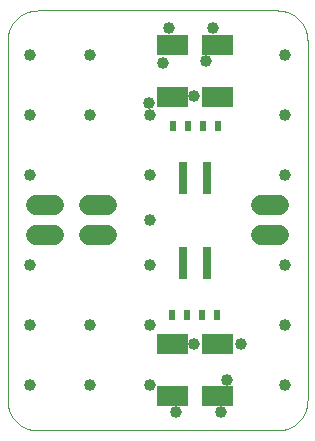
<source format=gts>
G04 EAGLE Gerber X2 export*
%TF.Part,Single*%
%TF.FileFunction,Other,Solder Mask top*%
%TF.FilePolarity,Positive*%
%TF.GenerationSoftware,Autodesk,EAGLE,9.0.0*%
%TF.CreationDate,2018-05-03T06:03:55Z*%
G75*
%MOMM*%
%FSLAX35Y35*%
%LPD*%
%AMOC8*
5,1,8,0,0,1.08239X$1,22.5*%
G01*
%ADD10C,0.000000*%
%ADD11R,0.653200X1.653200*%
%ADD12R,0.603200X0.903200*%
%ADD13R,0.783200X2.703200*%
%ADD14C,1.727200*%
%ADD15C,1.009600*%


D10*
X349250Y3651250D02*
X2381250Y3651250D01*
X2635250Y3397250D02*
X2635250Y349250D01*
X2381250Y95250D02*
X349250Y95250D01*
X95250Y349250D02*
X95250Y3397250D01*
X95324Y3403388D01*
X95547Y3409522D01*
X95917Y3415648D01*
X96436Y3421765D01*
X97102Y3427866D01*
X97915Y3433950D01*
X98876Y3440013D01*
X99982Y3446050D01*
X101234Y3452059D01*
X102631Y3458036D01*
X104172Y3463978D01*
X105856Y3469880D01*
X107682Y3475740D01*
X109649Y3481555D01*
X111756Y3487320D01*
X114002Y3493032D01*
X116385Y3498689D01*
X118904Y3504286D01*
X121558Y3509821D01*
X124344Y3515290D01*
X127262Y3520690D01*
X130310Y3526018D01*
X133485Y3531271D01*
X136787Y3536445D01*
X140212Y3541538D01*
X143760Y3546547D01*
X147427Y3551469D01*
X151213Y3556301D01*
X155114Y3561040D01*
X159128Y3565683D01*
X163254Y3570228D01*
X167488Y3574672D01*
X171828Y3579012D01*
X176272Y3583246D01*
X180817Y3587372D01*
X185460Y3591386D01*
X190199Y3595287D01*
X195031Y3599073D01*
X199953Y3602740D01*
X204962Y3606288D01*
X210055Y3609713D01*
X215229Y3613015D01*
X220482Y3616190D01*
X225810Y3619238D01*
X231210Y3622156D01*
X236679Y3624942D01*
X242214Y3627596D01*
X247811Y3630115D01*
X253468Y3632498D01*
X259180Y3634744D01*
X264945Y3636851D01*
X270760Y3638818D01*
X276620Y3640644D01*
X282522Y3642328D01*
X288464Y3643869D01*
X294441Y3645266D01*
X300450Y3646518D01*
X306487Y3647624D01*
X312550Y3648585D01*
X318634Y3649398D01*
X324735Y3650064D01*
X330852Y3650583D01*
X336978Y3650953D01*
X343112Y3651176D01*
X349250Y3651250D01*
X2381250Y3651250D02*
X2387388Y3651176D01*
X2393522Y3650953D01*
X2399648Y3650583D01*
X2405765Y3650064D01*
X2411866Y3649398D01*
X2417950Y3648585D01*
X2424013Y3647624D01*
X2430050Y3646518D01*
X2436059Y3645266D01*
X2442036Y3643869D01*
X2447978Y3642328D01*
X2453880Y3640644D01*
X2459740Y3638818D01*
X2465555Y3636851D01*
X2471320Y3634744D01*
X2477032Y3632498D01*
X2482689Y3630115D01*
X2488286Y3627596D01*
X2493821Y3624942D01*
X2499290Y3622156D01*
X2504690Y3619238D01*
X2510018Y3616190D01*
X2515271Y3613015D01*
X2520445Y3609713D01*
X2525538Y3606288D01*
X2530547Y3602740D01*
X2535469Y3599073D01*
X2540301Y3595287D01*
X2545040Y3591386D01*
X2549683Y3587372D01*
X2554228Y3583246D01*
X2558672Y3579012D01*
X2563012Y3574672D01*
X2567246Y3570228D01*
X2571372Y3565683D01*
X2575386Y3561040D01*
X2579287Y3556301D01*
X2583073Y3551469D01*
X2586740Y3546547D01*
X2590288Y3541538D01*
X2593713Y3536445D01*
X2597015Y3531271D01*
X2600190Y3526018D01*
X2603238Y3520690D01*
X2606156Y3515290D01*
X2608942Y3509821D01*
X2611596Y3504286D01*
X2614115Y3498689D01*
X2616498Y3493032D01*
X2618744Y3487320D01*
X2620851Y3481555D01*
X2622818Y3475740D01*
X2624644Y3469880D01*
X2626328Y3463978D01*
X2627869Y3458036D01*
X2629266Y3452059D01*
X2630518Y3446050D01*
X2631624Y3440013D01*
X2632585Y3433950D01*
X2633398Y3427866D01*
X2634064Y3421765D01*
X2634583Y3415648D01*
X2634953Y3409522D01*
X2635176Y3403388D01*
X2635250Y3397250D01*
X95250Y349250D02*
X95324Y343112D01*
X95547Y336978D01*
X95917Y330852D01*
X96436Y324735D01*
X97102Y318634D01*
X97915Y312550D01*
X98876Y306487D01*
X99982Y300450D01*
X101234Y294441D01*
X102631Y288464D01*
X104172Y282522D01*
X105856Y276620D01*
X107682Y270760D01*
X109649Y264945D01*
X111756Y259180D01*
X114002Y253468D01*
X116385Y247811D01*
X118904Y242214D01*
X121558Y236679D01*
X124344Y231210D01*
X127262Y225810D01*
X130310Y220482D01*
X133485Y215229D01*
X136787Y210055D01*
X140212Y204962D01*
X143760Y199953D01*
X147427Y195031D01*
X151213Y190199D01*
X155114Y185460D01*
X159128Y180817D01*
X163254Y176272D01*
X167488Y171828D01*
X171828Y167488D01*
X176272Y163254D01*
X180817Y159128D01*
X185460Y155114D01*
X190199Y151213D01*
X195031Y147427D01*
X199953Y143760D01*
X204962Y140212D01*
X210055Y136787D01*
X215229Y133485D01*
X220482Y130310D01*
X225810Y127262D01*
X231210Y124344D01*
X236679Y121558D01*
X242214Y118904D01*
X247811Y116385D01*
X253468Y114002D01*
X259180Y111756D01*
X264945Y109649D01*
X270760Y107682D01*
X276620Y105856D01*
X282522Y104172D01*
X288464Y102631D01*
X294441Y101234D01*
X300450Y99982D01*
X306487Y98876D01*
X312550Y97915D01*
X318634Y97102D01*
X324735Y96436D01*
X330852Y95917D01*
X336978Y95547D01*
X343112Y95324D01*
X349250Y95250D01*
X2381250Y95250D02*
X2387388Y95324D01*
X2393522Y95547D01*
X2399648Y95917D01*
X2405765Y96436D01*
X2411866Y97102D01*
X2417950Y97915D01*
X2424013Y98876D01*
X2430050Y99982D01*
X2436059Y101234D01*
X2442036Y102631D01*
X2447978Y104172D01*
X2453880Y105856D01*
X2459740Y107682D01*
X2465555Y109649D01*
X2471320Y111756D01*
X2477032Y114002D01*
X2482689Y116385D01*
X2488286Y118904D01*
X2493821Y121558D01*
X2499290Y124344D01*
X2504690Y127262D01*
X2510018Y130310D01*
X2515271Y133485D01*
X2520445Y136787D01*
X2525538Y140212D01*
X2530547Y143760D01*
X2535469Y147427D01*
X2540301Y151213D01*
X2545040Y155114D01*
X2549683Y159128D01*
X2554228Y163254D01*
X2558672Y167488D01*
X2563012Y171828D01*
X2567246Y176272D01*
X2571372Y180817D01*
X2575386Y185460D01*
X2579287Y190199D01*
X2583073Y195031D01*
X2586740Y199953D01*
X2590288Y204962D01*
X2593713Y210055D01*
X2597015Y215229D01*
X2600190Y220482D01*
X2603238Y225810D01*
X2606156Y231210D01*
X2608942Y236679D01*
X2611596Y242214D01*
X2614115Y247811D01*
X2616498Y253468D01*
X2618744Y259180D01*
X2620851Y264945D01*
X2622818Y270760D01*
X2624644Y276620D01*
X2626328Y282522D01*
X2627869Y288464D01*
X2629266Y294441D01*
X2630518Y300450D01*
X2631624Y306487D01*
X2632585Y312550D01*
X2633398Y318634D01*
X2634064Y324735D01*
X2634583Y330852D01*
X2634953Y336978D01*
X2635176Y343112D01*
X2635250Y349250D01*
D11*
X1589250Y826250D03*
X1524250Y826250D03*
X1459250Y826250D03*
X1394250Y826250D03*
X1589250Y386250D03*
X1524250Y386250D03*
X1459250Y386250D03*
X1394250Y386250D03*
X1776250Y2920250D03*
X1841250Y2920250D03*
X1906250Y2920250D03*
X1971250Y2920250D03*
X1776250Y3360250D03*
X1841250Y3360250D03*
X1906250Y3360250D03*
X1971250Y3360250D03*
X1395250Y2920250D03*
X1460250Y2920250D03*
X1525250Y2920250D03*
X1590250Y2920250D03*
X1395250Y3360250D03*
X1460250Y3360250D03*
X1525250Y3360250D03*
X1590250Y3360250D03*
X1970250Y826250D03*
X1905250Y826250D03*
X1840250Y826250D03*
X1775250Y826250D03*
X1970250Y386250D03*
X1905250Y386250D03*
X1840250Y386250D03*
X1775250Y386250D03*
D12*
X1873750Y2676250D03*
X1746750Y2676250D03*
X1619750Y2676250D03*
X1492750Y2676250D03*
D13*
X1782750Y2231250D03*
X1582750Y2231250D03*
D12*
X1491750Y1070250D03*
X1618750Y1070250D03*
X1745750Y1070250D03*
X1872750Y1070250D03*
D13*
X1582750Y1515250D03*
X1782750Y1515250D03*
D14*
X2241550Y1746250D02*
X2393950Y1746250D01*
X2393950Y2000250D02*
X2241550Y2000250D01*
X933450Y1746250D02*
X781050Y1746250D01*
X781050Y2000250D02*
X933450Y2000250D01*
X488950Y1746250D02*
X336550Y1746250D01*
X336550Y2000250D02*
X488950Y2000250D01*
D15*
X2444750Y3270250D03*
X1301750Y984250D03*
X1301750Y476250D03*
X1301750Y2254250D03*
X1301750Y2762250D03*
X2444750Y2762250D03*
X2444750Y984250D03*
X2444750Y2254250D03*
X2444750Y1492250D03*
X2444750Y476250D03*
X1301750Y1492250D03*
X1301750Y1873250D03*
X1414750Y3210250D03*
X1775000Y3225000D03*
X1950000Y525000D03*
X793750Y3270250D03*
X285750Y3270250D03*
X285750Y2762250D03*
X793750Y984250D03*
X793750Y2762250D03*
X285750Y984250D03*
X793750Y476250D03*
X285750Y476250D03*
X285750Y2254250D03*
X285750Y1492250D03*
X1525000Y250000D03*
X1675000Y825000D03*
X1900000Y250000D03*
X2075000Y825000D03*
X1835000Y3500000D03*
X1675000Y2925000D03*
X1460000Y3500000D03*
X1290000Y2870000D03*
M02*

</source>
